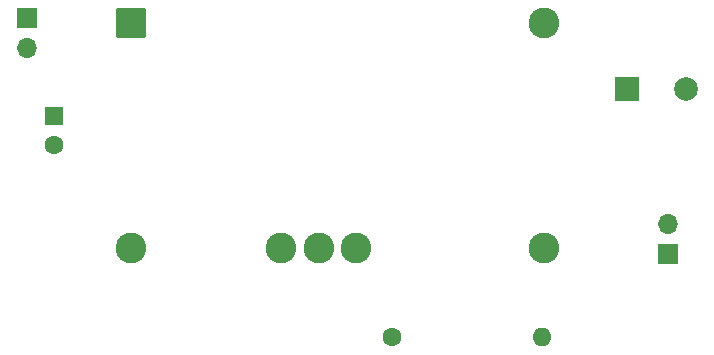
<source format=gbr>
%TF.GenerationSoftware,KiCad,Pcbnew,9.0.0*%
%TF.CreationDate,2025-03-18T18:28:57-04:00*%
%TF.ProjectId,motor power breakout,6d6f746f-7220-4706-9f77-657220627265,rev?*%
%TF.SameCoordinates,Original*%
%TF.FileFunction,Soldermask,Top*%
%TF.FilePolarity,Negative*%
%FSLAX46Y46*%
G04 Gerber Fmt 4.6, Leading zero omitted, Abs format (unit mm)*
G04 Created by KiCad (PCBNEW 9.0.0) date 2025-03-18 18:28:57*
%MOMM*%
%LPD*%
G01*
G04 APERTURE LIST*
G04 Aperture macros list*
%AMRoundRect*
0 Rectangle with rounded corners*
0 $1 Rounding radius*
0 $2 $3 $4 $5 $6 $7 $8 $9 X,Y pos of 4 corners*
0 Add a 4 corners polygon primitive as box body*
4,1,4,$2,$3,$4,$5,$6,$7,$8,$9,$2,$3,0*
0 Add four circle primitives for the rounded corners*
1,1,$1+$1,$2,$3*
1,1,$1+$1,$4,$5*
1,1,$1+$1,$6,$7*
1,1,$1+$1,$8,$9*
0 Add four rect primitives between the rounded corners*
20,1,$1+$1,$2,$3,$4,$5,0*
20,1,$1+$1,$4,$5,$6,$7,0*
20,1,$1+$1,$6,$7,$8,$9,0*
20,1,$1+$1,$8,$9,$2,$3,0*%
G04 Aperture macros list end*
%ADD10R,1.600000X1.600000*%
%ADD11C,1.600000*%
%ADD12O,1.700000X1.700000*%
%ADD13R,1.700000X1.700000*%
%ADD14C,2.604000*%
%ADD15RoundRect,0.102000X-1.150000X-1.150000X1.150000X-1.150000X1.150000X1.150000X-1.150000X1.150000X0*%
%ADD16O,1.600000X1.600000*%
%ADD17R,2.000000X2.000000*%
%ADD18C,2.000000*%
G04 APERTURE END LIST*
D10*
%TO.C,C1*%
X120500000Y-102250000D03*
D11*
X120500000Y-104750000D03*
%TD*%
D12*
%TO.C,J1*%
X118240000Y-96510000D03*
D13*
X118240000Y-93970000D03*
%TD*%
%TO.C,J2*%
X172500000Y-114000000D03*
D12*
X172500000Y-111460000D03*
%TD*%
D14*
%TO.C,IC1*%
X127060000Y-113500000D03*
X146120000Y-113500000D03*
X162000000Y-94450000D03*
X162000000Y-113500000D03*
D15*
X127060000Y-94450000D03*
D14*
X139760000Y-113500000D03*
X142940000Y-113500000D03*
%TD*%
D11*
%TO.C,R1*%
X149150000Y-121000000D03*
D16*
X161850000Y-121000000D03*
%TD*%
D17*
%TO.C,C2*%
X169000000Y-100000000D03*
D18*
X174000000Y-100000000D03*
%TD*%
M02*

</source>
